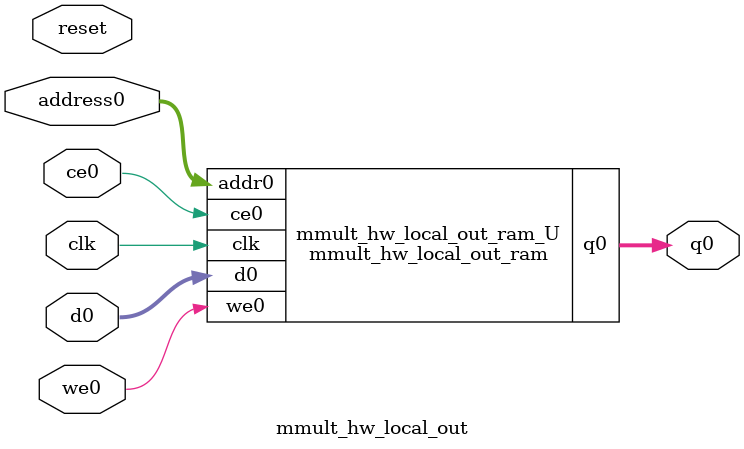
<source format=v>
`timescale 1 ns / 1 ps
module mmult_hw_local_out_ram (addr0, ce0, d0, we0, q0,  clk);

parameter DWIDTH = 32;
parameter AWIDTH = 18;
parameter MEM_SIZE = 262144;

input[AWIDTH-1:0] addr0;
input ce0;
input[DWIDTH-1:0] d0;
input we0;
output reg[DWIDTH-1:0] q0;
input clk;

(* ram_style = "block" *)reg [DWIDTH-1:0] ram[0:MEM_SIZE-1];




always @(posedge clk)  
begin 
    if (ce0) begin
        if (we0) 
            ram[addr0] <= d0; 
        q0 <= ram[addr0];
    end
end


endmodule

`timescale 1 ns / 1 ps
module mmult_hw_local_out(
    reset,
    clk,
    address0,
    ce0,
    we0,
    d0,
    q0);

parameter DataWidth = 32'd32;
parameter AddressRange = 32'd262144;
parameter AddressWidth = 32'd18;
input reset;
input clk;
input[AddressWidth - 1:0] address0;
input ce0;
input we0;
input[DataWidth - 1:0] d0;
output[DataWidth - 1:0] q0;



mmult_hw_local_out_ram mmult_hw_local_out_ram_U(
    .clk( clk ),
    .addr0( address0 ),
    .ce0( ce0 ),
    .we0( we0 ),
    .d0( d0 ),
    .q0( q0 ));

endmodule


</source>
